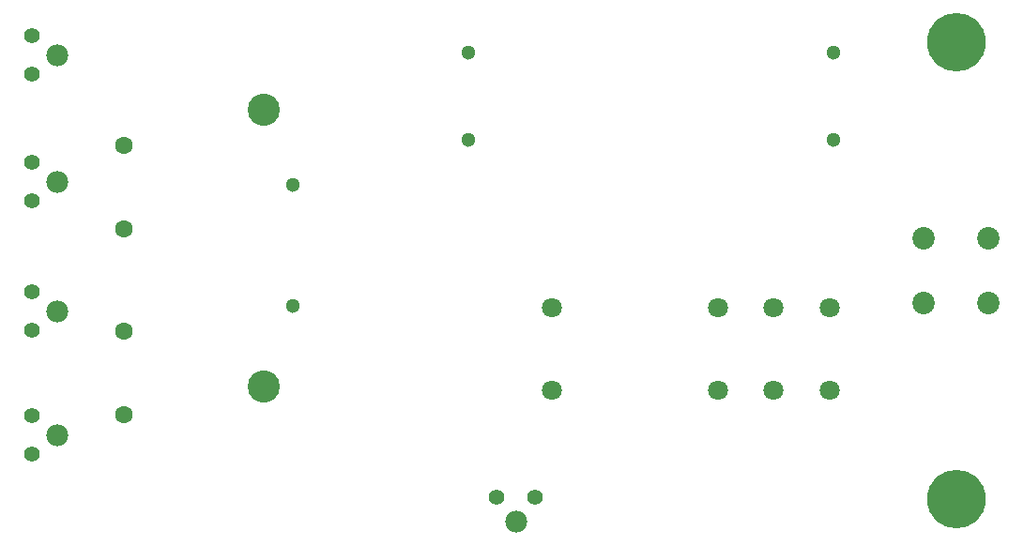
<source format=gbr>
G04 #@! TF.FileFunction,Copper,L2,Bot,Signal*
%FSLAX46Y46*%
G04 Gerber Fmt 4.6, Leading zero omitted, Abs format (unit mm)*
G04 Created by KiCad (PCBNEW 4.0.7-e2-6376~58~ubuntu16.04.1) date Sun Feb  4 09:06:46 2018*
%MOMM*%
%LPD*%
G01*
G04 APERTURE LIST*
%ADD10C,0.100000*%
%ADD11C,1.800000*%
%ADD12C,1.600000*%
%ADD13C,1.397000*%
%ADD14C,1.981000*%
%ADD15C,1.300000*%
%ADD16C,2.900000*%
%ADD17C,2.020000*%
%ADD18C,5.280000*%
G04 APERTURE END LIST*
D10*
D11*
X172908000Y-56254000D03*
X172908000Y-63754000D03*
X167908000Y-63754000D03*
X152908000Y-63754000D03*
X152908000Y-56254000D03*
X167908000Y-56254000D03*
X177908000Y-63754000D03*
X177908000Y-56254000D03*
D12*
X114300000Y-58420000D03*
X114290000Y-65920000D03*
X114300000Y-41656000D03*
X114290000Y-49156000D03*
D13*
X106000000Y-66040000D03*
X106000000Y-69540000D03*
D14*
X108230000Y-67790000D03*
D13*
X151384000Y-73406000D03*
X147884000Y-73406000D03*
D14*
X149634000Y-75636000D03*
D15*
X178308000Y-41148000D03*
X145308000Y-41148000D03*
X178308000Y-33274000D03*
X145308000Y-33274000D03*
D13*
X106000000Y-31750000D03*
X106000000Y-35250000D03*
D14*
X108230000Y-33500000D03*
D13*
X106000000Y-43180000D03*
X106000000Y-46680000D03*
D14*
X108230000Y-44930000D03*
D13*
X106000000Y-54864000D03*
X106000000Y-58364000D03*
D14*
X108230000Y-56614000D03*
D15*
X129540000Y-56134000D03*
X129540000Y-45234000D03*
D16*
X126870000Y-63447000D03*
X126870000Y-38407000D03*
D17*
X186436000Y-55880000D03*
X186436000Y-50040000D03*
X192286000Y-50040000D03*
X192286000Y-55880000D03*
D18*
X189366000Y-32350000D03*
X189366000Y-73570000D03*
M02*

</source>
